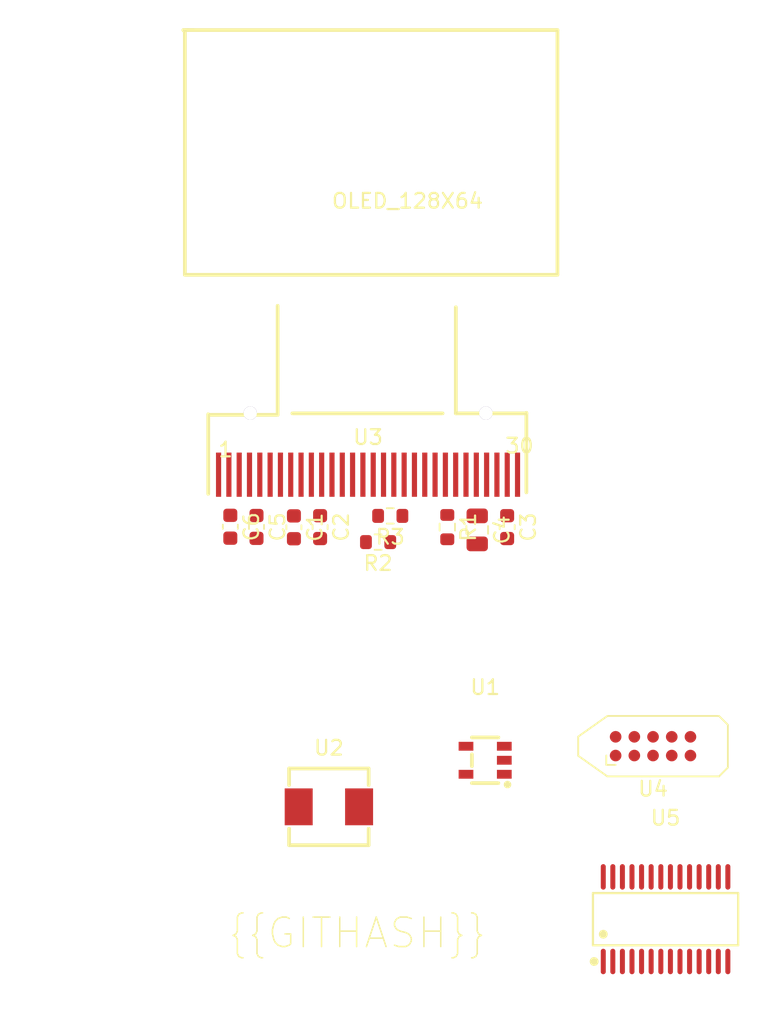
<source format=kicad_pcb>
(kicad_pcb (version 20221018) (generator pcbnew)
  (layers (0 "F.Cu" signal) (31 "B.Cu" signal) (34 "B.Paste" user) (35 "F.Paste" user) (36 "B.SilkS" user "B.Silkscreen") (37 "F.SilkS" user "F.Silkscreen") (38 "B.Mask" user) (39 "F.Mask" user) (44 "Edge.Cuts" user))
  (net 0 "")
  (net 1 "iref")
  (net 2 "gnd")
  (net 3 "scl")
  (net 4 "vcc")
  (net 5 "sda")
  (net 6 "n_c__gnd_")
  (net 7 "c2p")
  (net 8 "c2n")
  (net 9 "c1p")
  (net 10 "c1n")
  (net 11 "n_c_")
  (net 12 "res_n")
  (net 13 "d3")
  (net 14 "d4")
  (net 15 "d5")
  (net 16 "d6")
  (net 17 "d7")
  (net 18 "vcomh")
  (net 19 "vcc-1")
  (net 20 "p1_0_ta0clk_aclk_a0_ca0")
  (net 21 "p1_1_ta0_0_uca0rxd_uca0somi_a1_ca1")
  (net 22 "p1_2_ta0_1_uca0txd_uca0simo_a2_ca2")
  (net 23 "p1_3_adc10clk_caout_vref__veref__a3_ca3")
  (net 24 "tck")
  (net 25 "tms")
  (net 26 "p3_1_ta1_0")
  (net 27 "p3_0_ta0_2")
  (net 28 "p2_0_ta1_0")
  (net 29 "p2_1_ta1_1")
  (net 30 "p2_2_ta1_1")
  (net 31 "p3_2_ta1_1")
  (net 32 "p3_3_ta1_2")
  (net 33 "xin_p2_6_ta0_1")
  (net 34 "xout_p2_7")
  (net 35 "test")
  (net 36 "reset")
  (net 37 "tdi")
  (net 38 "p1_6_ta0_1_ucb0somi_ucb0scl_a6_ca6_tdi_tclk")
  (net 39 "p3_7_ta1clk_caout")
  (net 40 "p3_6_ta0_2")
  (net 41 "p3_5_ta0_1")
  (net 42 "p2_5_ta1_2")
  (net 43 "p2_4_ta1_2")
  (net 44 "p2_3_ta1_0")
  (net 45 "p3_4_ta0_0")
  (net 46 "sw")
  (net 47 "vcc-2")
  (footprint "lib:R0603" (layer "F.Cu") (at 125.73 84.836 -90)
    (fp_text reference "R1" (at 0 -1.43 -90) (layer "F.SilkS"))
    (fp_text value "Chip Resistor - Surface Mount 560KOhms ±5% 1/10W 0603 RoHS")
    (fp_line (start -0.237258 -0.5225) (end 0.237258 -0.5225) (stroke (width 0.12)) (layer "F.SilkS"))
    (fp_line (start -0.237258 0.5225) (end 0.237258 0.5225) (stroke (width 0.12)) (layer "F.SilkS"))
    (pad "1" smd roundrect (at -0.825 0 270) (size 0.8 0.95) (layers "F.Cu" "F.Paste" "F.Mask") (net 1 "iref"))
    (pad "2" smd roundrect (at 0.825 0 270) (size 0.8 0.95) (layers "F.Cu" "F.Paste" "F.Mask") (net 2 "gnd"))
  )
  (footprint "lib:C0603" (layer "F.Cu") (at 115.316 84.849 -90)
    (fp_text reference "C1" (at 0 -1.43 -90) (layer "F.SilkS"))
    (fp_text value "Multilayer Ceramic Capacitors MLCC - SMD/SMT 1uF 50V 0603 RoHS")
    (fp_line (start -0.14058 -0.51) (end 0.14058 -0.51) (stroke (width 0.12)) (layer "F.SilkS"))
    (fp_line (start -0.14058 0.51) (end 0.14058 0.51) (stroke (width 0.12)) (layer "F.SilkS"))
    (pad "1" smd roundrect (at -0.775 0 270) (size 0.9 0.95) (layers "F.Cu" "F.Paste" "F.Mask") (net 4 "vcc"))
    (pad "2" smd roundrect (at 0.775 0 270) (size 0.9 0.95) (layers "F.Cu" "F.Paste" "F.Mask") (net 2 "gnd"))
  )
  (footprint "lib:TSSOP-28_L9.7-W4.4-P0.65-LS6.4-BL" (layer "F.Cu") (at 140.55 111.43)
    (fp_text reference "U5" (at 0 -6.87) (layer "F.SilkS"))
    (fp_text value "")
    (fp_line (start -4.93 -1.77) (end 4.93 -1.77) (stroke (width 0.15)) (layer "F.SilkS"))
    (fp_line (start -4.93 1.77) (end -4.93 -1.77) (stroke (width 0.15)) (layer "F.SilkS"))
    (fp_line (start 4.93 -1.77) (end 4.93 1.77) (stroke (width 0.15)) (layer "F.SilkS"))
    (fp_line (start 4.93 1.77) (end -4.93 1.77) (stroke (width 0.15)) (layer "F.SilkS"))
    (fp_circle (center -4.85 2.87) (end -4.7 2.87) (stroke (width 0.3)) (fill none) (layer "F.SilkS"))
    (fp_circle (center -4.23 1.02) (end -4.08 1.02) (stroke (width 0.3)) (fill none) (layer "F.SilkS"))
    (pad "1" smd oval (at -4.23 2.87) (size 0.34 1.73) (layers "F.Cu" "F.Paste" "F.Mask") (net 4 "vcc"))
    (pad "2" smd oval (at -3.58 2.87) (size 0.34 1.73) (layers "F.Cu" "F.Paste" "F.Mask") (net 20 "p1_0_ta0clk_aclk_a0_ca0"))
    (pad "3" smd oval (at -2.93 2.87) (size 0.34 1.73) (layers "F.Cu" "F.Paste" "F.Mask") (net 21 "p1_1_ta0_0_uca0rxd_uca0somi_a1_ca1"))
    (pad "4" smd oval (at -2.28 2.87) (size 0.34 1.73) (layers "F.Cu" "F.Paste" "F.Mask") (net 22 "p1_2_ta0_1_uca0txd_uca0simo_a2_ca2"))
    (pad "5" smd oval (at -1.63 2.87) (size 0.34 1.73) (layers "F.Cu" "F.Paste" "F.Mask") (net 23 "p1_3_adc10clk_caout_vref__veref__a3_ca3"))
    (pad "6" smd oval (at -0.98 2.87) (size 0.34 1.73) (layers "F.Cu" "F.Paste" "F.Mask") (net 24 "tck"))
    (pad "7" smd oval (at -0.32 2.87) (size 0.34 1.73) (layers "F.Cu" "F.Paste" "F.Mask") (net 25 "tms"))
    (pad "8" smd oval (at 0.33 2.87) (size 0.34 1.73) (layers "F.Cu" "F.Paste" "F.Mask") (net 26 "p3_1_ta1_0"))
    (pad "9" smd oval (at 0.98 2.87) (size 0.34 1.73) (layers "F.Cu" "F.Paste" "F.Mask") (net 27 "p3_0_ta0_2"))
    (pad "10" smd oval (at 1.63 2.87) (size 0.34 1.73) (layers "F.Cu" "F.Paste" "F.Mask") (net 28 "p2_0_ta1_0"))
    (pad "11" smd oval (at 2.28 2.87) (size 0.34 1.73) (layers "F.Cu" "F.Paste" "F.Mask") (net 29 "p2_1_ta1_1"))
    (pad "12" smd oval (at 2.93 2.87) (size 0.34 1.73) (layers "F.Cu" "F.Paste" "F.Mask") (net 30 "p2_2_ta1_1"))
    (pad "13" smd oval (at 3.58 2.87) (size 0.34 1.73) (layers "F.Cu" "F.Paste" "F.Mask") (net 31 "p3_2_ta1_1"))
    (pad "14" smd oval (at 4.23 2.87) (size 0.34 1.73) (layers "F.Cu" "F.Paste" "F.Mask") (net 32 "p3_3_ta1_2"))
    (pad "15" smd oval (at 4.23 -2.87) (size 0.34 1.73) (layers "F.Cu" "F.Paste" "F.Mask") (net 45 "p3_4_ta0_0"))
    (pad "16" smd oval (at 3.58 -2.87) (size 0.34 1.73) (layers "F.Cu" "F.Paste" "F.Mask") (net 44 "p2_3_ta1_0"))
    (pad "17" smd oval (at 2.93 -2.87) (size 0.34 1.73) (layers "F.Cu" "F.Paste" "F.Mask") (net 43 "p2_4_ta1_2"))
    (pad "18" smd oval (at 2.28 -2.87) (size 0.34 1.73) (layers "F.Cu" "F.Paste" "F.Mask") (net 42 "p2_5_ta1_2"))
    (pad "19" smd oval (at 1.63 -2.87) (size 0.34 1.73) (layers "F.Cu" "F.Paste" "F.Mask") (net 41 "p3_5_ta0_1"))
    (pad "20" smd oval (at 0.98 -2.87) (size 0.34 1.73) (layers "F.Cu" "F.Paste" "F.Mask") (net 40 "p3_6_ta0_2"))
    (pad "21" smd oval (at 0.33 -2.87) (size 0.34 1.73) (layers "F.Cu" "F.Paste" "F.Mask") (net 39 "p3_7_ta1clk_caout"))
    (pad "22" smd oval (at -0.32 -2.87) (size 0.34 1.73) (layers "F.Cu" "F.Paste" "F.Mask") (net 38 "p1_6_ta0_1_ucb0somi_ucb0scl_a6_ca6_tdi_tclk"))
    (pad "23" smd oval (at -0.98 -2.87) (size 0.34 1.73) (layers "F.Cu" "F.Paste" "F.Mask") (net 37 "tdi"))
    (pad "24" smd oval (at -1.63 -2.87) (size 0.34 1.73) (layers "F.Cu" "F.Paste" "F.Mask") (net 36 "reset"))
    (pad "25" smd oval (at -2.28 -2.87) (size 0.34 1.73) (layers "F.Cu" "F.Paste" "F.Mask") (net 35 "test"))
    (pad "26" smd oval (at -2.93 -2.87) (size 0.34 1.73) (layers "F.Cu" "F.Paste" "F.Mask") (net 34 "xout_p2_7"))
    (pad "27" smd oval (at -3.58 -2.87) (size 0.34 1.73) (layers "F.Cu" "F.Paste" "F.Mask") (net 33 "xin_p2_6_ta0_1"))
    (pad "28" smd oval (at -4.23 -2.87) (size 0.34 1.73) (layers "F.Cu" "F.Paste" "F.Mask") (net 2 "gnd"))
  )
  (footprint "lib:OLED_0.96-30P-P0.70-12864" (layer "F.Cu") (at 120.35 81.28)
    (fp_text reference "U3" (at 0 -2.54) (layer "F.SilkS"))
    (fp_text value "")
    (fp_text user "30" (at 9.23 -1.96) (layer "F.SilkS") (effects (justify left)))
    (fp_text user "OLED_128X64" (at -2.54 -18.57) (layer "F.SilkS") (effects (justify left)))
    (fp_text user "1" (at -10.25 -1.7) (layer "F.SilkS") (effects (justify left)))
    (fp_line (start -12.54 -30.16) (end -12.24 -30.16) (stroke (width 0.25)) (layer "F.SilkS"))
    (fp_line (start -12.44 -30.16) (end 12.86 -30.16) (stroke (width 0.25)) (layer "F.SilkS"))
    (fp_line (start -12.44 -30.06) (end -12.54 -30.16) (stroke (width 0.25)) (layer "F.SilkS"))
    (fp_line (start -12.44 -13.56) (end -12.44 -30.06) (stroke (width 0.25)) (layer "F.SilkS"))
    (fp_line (start -12.24 -30.16) (end -11.84 -30.16) (stroke (width 0.25)) (layer "F.SilkS"))
    (fp_line (start -10.85 1.3) (end -10.85 -4.1) (stroke (width 0.25)) (layer "F.SilkS"))
    (fp_line (start -10.84 -4.06) (end -6.14 -4.06) (stroke (width 0.25)) (layer "F.SilkS"))
    (fp_line (start -6.14 -4.06) (end -6.14 -11.46) (stroke (width 0.25)) (layer "F.SilkS"))
    (fp_line (start -5.14 -4.16) (end 5.06 -4.16) (stroke (width 0.25)) (layer "F.SilkS"))
    (fp_line (start 5.96 -4.16) (end 5.96 -11.36) (stroke (width 0.25)) (layer "F.SilkS"))
    (fp_line (start 10.75 1.2) (end 10.75 -4.2) (stroke (width 0.25)) (layer "F.SilkS"))
    (fp_line (start 10.76 -4.16) (end 5.96 -4.16) (stroke (width 0.25)) (layer "F.SilkS"))
    (fp_line (start 12.86 -30.16) (end 12.86 -13.56) (stroke (width 0.25)) (layer "F.SilkS"))
    (fp_line (start 12.86 -13.56) (end -12.44 -13.56) (stroke (width 0.25)) (layer "F.SilkS"))
    (pad "" thru_hole circle (at -8 -4.18) (size 0.9 0.9) (drill 0.9) (layers "*.Cu" "*.Mask"))
    (pad "" thru_hole circle (at 8 -4.18) (size 0.9 0.9) (drill 0.9) (layers "*.Cu" "*.Mask"))
    (pad "1" smd rect (at -10.15 0 270) (size 3 0.35) (layers "F.Cu" "F.Paste" "F.Mask") (net 6 "n_c__gnd_"))
    (pad "2" smd rect (at -9.45 0 270) (size 3 0.35) (layers "F.Cu" "F.Paste" "F.Mask") (net 7 "c2p"))
    (pad "3" smd rect (at -8.75 0 270) (size 3 0.35) (layers "F.Cu" "F.Paste" "F.Mask") (net 8 "c2n"))
    (pad "4" smd rect (at -8.05 0 270) (size 3 0.35) (layers "F.Cu" "F.Paste" "F.Mask") (net 9 "c1p"))
    (pad "5" smd rect (at -7.35 0 270) (size 3 0.35) (layers "F.Cu" "F.Paste" "F.Mask") (net 10 "c1n"))
    (pad "6" smd rect (at -6.65 0 270) (size 3 0.35) (layers "F.Cu" "F.Paste" "F.Mask") (net 4 "vcc"))
    (pad "7" smd rect (at -5.95 0 270) (size 3 0.35) (layers "F.Cu" "F.Paste" "F.Mask") (net 11 "n_c_"))
    (pad "8" smd rect (at -5.25 0 270) (size 3 0.35) (layers "F.Cu" "F.Paste" "F.Mask") (net 2 "gnd"))
    (pad "9" smd rect (at -4.55 0 270) (size 3 0.35) (layers "F.Cu" "F.Paste" "F.Mask") (net 4 "vcc"))
    (pad "10" smd rect (at -3.85 0 270) (size 3 0.35) (layers "F.Cu" "F.Paste" "F.Mask") (net 2 "gnd"))
    (pad "11" smd rect (at -3.15 0 270) (size 3 0.35) (layers "F.Cu" "F.Paste" "F.Mask") (net 4 "vcc"))
    (pad "12" smd rect (at -2.45 0 270) (size 3 0.35) (layers "F.Cu" "F.Paste" "F.Mask") (net 2 "gnd"))
    (pad "13" smd rect (at -1.75 0 270) (size 3 0.35) (layers "F.Cu" "F.Paste" "F.Mask") (net 2 "gnd"))
    (pad "14" smd rect (at -1.05 0 270) (size 3 0.35) (layers "F.Cu" "F.Paste" "F.Mask") (net 12 "res_n"))
    (pad "15" smd rect (at -0.35 0 270) (size 3 0.35) (layers "F.Cu" "F.Paste" "F.Mask") (net 2 "gnd"))
    (pad "16" smd rect (at 0.35 0 270) (size 3 0.35) (layers "F.Cu" "F.Paste" "F.Mask") (net 2 "gnd"))
    (pad "17" smd rect (at 1.05 0 270) (size 3 0.35) (layers "F.Cu" "F.Paste" "F.Mask") (net 2 "gnd"))
    (pad "18" smd rect (at 1.75 0 270) (size 3 0.35) (layers "F.Cu" "F.Paste" "F.Mask") (net 3 "scl"))
    (pad "19" smd rect (at 2.45 0 270) (size 3 0.35) (layers "F.Cu" "F.Paste" "F.Mask") (net 5 "sda"))
    (pad "20" smd rect (at 3.15 0 270) (size 3 0.35) (layers "F.Cu" "F.Paste" "F.Mask") (net 5 "sda"))
    (pad "21" smd rect (at 3.85 0 270) (size 3 0.35) (layers "F.Cu" "F.Paste" "F.Mask") (net 13 "d3"))
    (pad "22" smd rect (at 4.55 0 270) (size 3 0.35) (layers "F.Cu" "F.Paste" "F.Mask") (net 14 "d4"))
    (pad "23" smd rect (at 5.25 0 270) (size 3 0.35) (layers "F.Cu" "F.Paste" "F.Mask") (net 15 "d5"))
    (pad "24" smd rect (at 5.95 0 270) (size 3 0.35) (layers "F.Cu" "F.Paste" "F.Mask") (net 16 "d6"))
    (pad "25" smd rect (at 6.65 0 270) (size 3 0.35) (layers "F.Cu" "F.Paste" "F.Mask") (net 17 "d7"))
    (pad "26" smd rect (at 7.35 0 270) (size 3 0.35) (layers "F.Cu" "F.Paste" "F.Mask") (net 1 "iref"))
    (pad "27" smd rect (at 8.05 0 270) (size 3 0.35) (layers "F.Cu" "F.Paste" "F.Mask") (net 18 "vcomh"))
    (pad "28" smd rect (at 8.75 0 270) (size 3 0.35) (layers "F.Cu" "F.Paste" "F.Mask") (net 47 "vcc-2"))
    (pad "29" smd rect (at 9.45 0 270) (size 3 0.35) (layers "F.Cu" "F.Paste" "F.Mask") (net 2 "gnd"))
    (pad "30" smd rect (at 10.15 0 270) (size 3 0.35) (layers "F.Cu" "F.Paste" "F.Mask") (net 6 "n_c__gnd_"))
  )
  (footprint "lib:IND-SMD_L5.4-W5.2_FXL0530" (layer "F.Cu") (at 117.69 103.81)
    (fp_text reference "U2" (at 0 -4) (layer "F.SilkS"))
    (fp_text value "")
    (fp_line (start -2.7 -2.6) (end -2.7 -1.48) (stroke (width 0.25)) (layer "F.SilkS"))
    (fp_line (start -2.7 -2.6) (end 2.7 -2.6) (stroke (width 0.25)) (layer "F.SilkS"))
    (fp_line (start -2.7 1.48) (end -2.7 2.6) (stroke (width 0.25)) (layer "F.SilkS"))
    (fp_line (start 2.7 -1.48) (end 2.7 -2.6) (stroke (width 0.25)) (layer "F.SilkS"))
    (fp_line (start 2.7 2.6) (end -2.7 2.6) (stroke (width 0.25)) (layer "F.SilkS"))
    (fp_line (start 2.7 2.6) (end 2.7 1.48) (stroke (width 0.25)) (layer "F.SilkS"))
    (pad "1" smd rect (at -2.05 0) (size 1.9 2.5) (layers "F.Cu" "F.Paste" "F.Mask") (net 46 "sw"))
    (pad "2" smd rect (at 2.05 0) (size 1.9 2.5) (layers "F.Cu" "F.Paste" "F.Mask") (net 4 "vcc"))
  )
  (footprint "lib:C0603" (layer "F.Cu") (at 110.998 84.81 -90)
    (fp_text reference "C6" (at 0 -1.43 -90) (layer "F.SilkS"))
    (fp_text value "Multilayer Ceramic Capacitors MLCC - SMD/SMT 1uF 50V 0603 RoHS")
    (fp_line (start -0.14058 -0.51) (end 0.14058 -0.51) (stroke (width 0.12)) (layer "F.SilkS"))
    (fp_line (start -0.14058 0.51) (end 0.14058 0.51) (stroke (width 0.12)) (layer "F.SilkS"))
    (pad "1" smd roundrect (at -0.775 0 270) (size 0.9 0.95) (layers "F.Cu" "F.Paste" "F.Mask") (net 7 "c2p"))
    (pad "2" smd roundrect (at 0.775 0 270) (size 0.9 0.95) (layers "F.Cu" "F.Paste" "F.Mask") (net 8 "c2n"))
  )
  (footprint "Connector:Tag-Connect_TC2050-IDC-NL_2x05_P1.27mm_Vertical" (layer "F.Cu") (at 139.7 99.695)
    (fp_text reference "U4" (at 0 2.9) (layer "F.SilkS"))
    (fp_text value "")
    (fp_line (start -5.08 -0.65) (end -3.1 -2.05) (stroke (width 0.12)) (layer "F.SilkS"))
    (fp_line (start -5.08 0.65) (end -5.08 -0.65) (stroke (width 0.12)) (layer "F.SilkS"))
    (fp_line (start -3.175 1.27) (end -3.175 0.635) (stroke (width 0.12)) (layer "F.SilkS"))
    (fp_line (start -3.1 -2.05) (end 4.48 -2.05) (stroke (width 0.12)) (layer "F.SilkS"))
    (fp_line (start -3.1 2.05) (end -5.08 0.65) (stroke (width 0.12)) (layer "F.SilkS"))
    (fp_line (start -2.54 1.27) (end -3.175 1.27) (stroke (width 0.12)) (layer "F.SilkS"))
    (fp_line (start 4.48 -2.05) (end 5.08 -1.45) (stroke (width 0.12)) (layer "F.SilkS"))
    (fp_line (start 4.48 2.05) (end -3.1 2.05) (stroke (width 0.12)) (layer "F.SilkS"))
    (fp_line (start 4.48 2.05) (end 5.08 1.45) (stroke (width 0.12)) (layer "F.SilkS"))
    (fp_line (start 5.08 -1.45) (end 5.08 1.45) (stroke (width 0.12)) (layer "F.SilkS"))
    (pad "" np_thru_hole circle (at -3.81 0) (size 0.9906 0.9906) (drill 0.9906) (layers "*.Cu" "*.Mask"))
    (pad "" np_thru_hole circle (at 3.81 -1.016) (size 0.9906 0.9906) (drill 0.9906) (layers "*.Cu" "*.Mask"))
    (pad "" np_thru_hole circle (at 3.81 1.016) (size 0.9906 0.9906) (drill 0.9906) (layers "*.Cu" "*.Mask"))
    (pad "1" connect circle (at -2.54 0.635) (size 0.7874 0.7874) (layers "F.Cu" "F.Mask") (net 37 "tdi"))
    (pad "2" connect circle (at -1.27 0.635) (size 0.7874 0.7874) (layers "F.Cu" "F.Mask") (net 4 "vcc"))
    (pad "3" connect circle (at 0 0.635) (size 0.7874 0.7874) (layers "F.Cu" "F.Mask") (net 37 "tdi"))
    (pad "4" connect circle (at 1.27 0.635) (size 0.7874 0.7874) (layers "F.Cu" "F.Mask") (net 4 "vcc"))
    (pad "5" connect circle (at 2.54 0.635) (size 0.7874 0.7874) (layers "F.Cu" "F.Mask") (net 25 "tms"))
    (pad "6" connect circle (at 2.54 -0.635) (size 0.7874 0.7874) (layers "F.Cu" "F.Mask"))
    (pad "7" connect circle (at 1.27 -0.635) (size 0.7874 0.7874) (layers "F.Cu" "F.Mask") (net 24 "tck"))
    (pad "8" connect circle (at 0 -0.635) (size 0.7874 0.7874) (layers "F.Cu" "F.Mask") (net 35 "test"))
    (pad "9" connect circle (at -1.27 -0.635) (size 0.7874 0.7874) (layers "F.Cu" "F.Mask") (net 2 "gnd"))
    (pad "10" connect circle (at -2.54 -0.635) (size 0.7874 0.7874) (layers "F.Cu" "F.Mask") (net 36 "reset"))
  )
  (footprint "lib:C0603" (layer "F.Cu") (at 129.794 84.836 -90)
    (fp_text reference "C3" (at 0 -1.43 -90) (layer "F.SilkS"))
    (fp_text value "Multilayer Ceramic Capacitors MLCC - SMD/SMT 2.2uF 10V 0603 RoHS")
    (fp_line (start -0.14058 -0.51) (end 0.14058 -0.51) (stroke (width 0.12)) (layer "F.SilkS"))
    (fp_line (start -0.14058 0.51) (end 0.14058 0.51) (stroke (width 0.12)) (layer "F.SilkS"))
    (pad "1" smd roundrect (at -0.775 0 270) (size 0.9 0.95) (layers "F.Cu" "F.Paste" "F.Mask") (net 47 "vcc-2"))
    (pad "2" smd roundrect (at 0.775 0 270) (size 0.9 0.95) (layers "F.Cu" "F.Paste" "F.Mask") (net 2 "gnd"))
  )
  (footprint "lib:C0805" (layer "F.Cu") (at 127.762 85.024 -90)
    (fp_text reference "C4" (at 0 -1.68 -90) (layer "F.SilkS"))
    (fp_text value "")
    (fp_line (start -0.261252 -0.735) (end 0.261252 -0.735) (stroke (width 0.12)) (layer "F.SilkS"))
    (fp_line (start -0.261252 0.735) (end 0.261252 0.735) (stroke (width 0.12)) (layer "F.SilkS"))
    (pad "1" smd roundrect (at -0.95 0 270) (size 1 1.45) (layers "F.Cu" "F.Paste" "F.Mask") (net 18 "vcomh"))
    (pad "2" smd roundrect (at 0.95 0 270) (size 1 1.45) (layers "F.Cu" "F.Paste" "F.Mask") (net 2 "gnd"))
  )
  (footprint "lib:R0603" (layer "F.Cu") (at 121.032 85.852 180)
    (fp_text reference "R2" (at 0 -1.43 180) (layer "F.SilkS"))
    (fp_text value "Chip Resistor - Surface Mount 4.7KOhms ±5% 1/10W 0603 RoHS")
    (fp_line (start -0.237258 -0.5225) (end 0.237258 -0.5225) (stroke (width 0.12)) (layer "F.SilkS"))
    (fp_line (start -0.237258 0.5225) (end 0.237258 0.5225) (stroke (width 0.12)) (layer "F.SilkS"))
    (pad "1" smd roundrect (at -0.825 0 180) (size 0.8 0.95) (layers "F.Cu" "F.Paste" "F.Mask") (net 3 "scl"))
    (pad "2" smd roundrect (at 0.825 0 180) (size 0.8 0.95) (layers "F.Cu" "F.Paste" "F.Mask") (net 4 "vcc"))
  )
  (footprint "lib:SOT-23-5_L3.0-W1.7-P0.95-LS2.8-BR" (layer "F.Cu") (at 128.3 100.65)
    (fp_text reference "U1" (at 0 -4.95) (layer "F.SilkS"))
    (fp_text value "")
    (fp_line (start -0.9 -1.55) (end 0.9 -1.55) (stroke (width 0.25)) (layer "F.SilkS"))
    (fp_line (start -0.9 0.4) (end -0.9 -0.4) (stroke (width 0.25)) (layer "F.SilkS"))
    (fp_line (start -0.9 1.55) (end 0.9 1.55) (stroke (width 0.25)) (layer "F.SilkS"))
    (fp_circle (center 1.52 1.65) (end 1.65 1.65) (stroke (width 0.25)) (fill none) (layer "F.SilkS"))
    (pad "1" smd rect (at 1.3 0.95) (size 1 0.6) (layers "F.Cu" "F.Paste" "F.Mask") (net 19 "vcc-1"))
    (pad "2" smd rect (at 1.3 0) (size 1 0.6) (layers "F.Cu" "F.Paste" "F.Mask") (net 2 "gnd"))
    (pad "3" smd rect (at 1.3 -0.95) (size 1 0.6) (layers "F.Cu" "F.Paste" "F.Mask") (net 19 "vcc-1"))
    (pad "4" smd rect (at -1.3 -0.95) (size 1 0.6) (layers "F.Cu" "F.Paste" "F.Mask") (net 4 "vcc"))
    (pad "5" smd rect (at -1.3 0.95) (size 1 0.6) (layers "F.Cu" "F.Paste" "F.Mask") (net 46 "sw"))
  )
  (footprint "lib:C0603" (layer "F.Cu") (at 112.776 84.823 -90)
    (fp_text reference "C5" (at 0 -1.43 -90) (layer "F.SilkS"))
    (fp_text value "Multilayer Ceramic Capacitors MLCC - SMD/SMT 1uF 50V 0603 RoHS")
    (fp_line (start -0.14058 -0.51) (end 0.14058 -0.51) (stroke (width 0.12)) (layer "F.SilkS"))
    (fp_line (start -0.14058 0.51) (end 0.14058 0.51) (stroke (width 0.12)) (layer "F.SilkS"))
    (pad "1" smd roundrect (at -0.775 0 270) (size 0.9 0.95) (layers "F.Cu" "F.Paste" "F.Mask") (net 9 "c1p"))
    (pad "2" smd roundrect (at 0.775 0 270) (size 0.9 0.95) (layers "F.Cu" "F.Paste" "F.Mask") (net 10 "c1n"))
  )
  (footprint "lib:R0603" (layer "F.Cu") (at 121.857 84.074 180)
    (fp_text reference "R3" (at 0 -1.43 180) (layer "F.SilkS"))
    (fp_text value "Chip Resistor - Surface Mount 4.7KOhms ±5% 1/10W 0603 RoHS")
    (fp_line (start -0.237258 -0.5225) (end 0.237258 -0.5225) (stroke (width 0.12)) (layer "F.SilkS"))
    (fp_line (start -0.237258 0.5225) (end 0.237258 0.5225) (stroke (width 0.12)) (layer "F.SilkS"))
    (pad "1" smd roundrect (at -0.825 0 180) (size 0.8 0.95) (layers "F.Cu" "F.Paste" "F.Mask") (net 5 "sda"))
    (pad "2" smd roundrect (at 0.825 0 180) (size 0.8 0.95) (layers "F.Cu" "F.Paste" "F.Mask") (net 4 "vcc"))
  )
  (footprint "lib:C0603" (layer "F.Cu") (at 117.094 84.836 -90)
    (fp_text reference "C2" (at 0 -1.43 -90) (layer "F.SilkS"))
    (fp_text value "Multilayer Ceramic Capacitors MLCC - SMD/SMT 1uF 50V 0603 RoHS")
    (fp_line (start -0.14058 -0.51) (end 0.14058 -0.51) (stroke (width 0.12)) (layer "F.SilkS"))
    (fp_line (start -0.14058 0.51) (end 0.14058 0.51) (stroke (width 0.12)) (layer "F.SilkS"))
    (pad "1" smd roundrect (at -0.775 0 270) (size 0.9 0.95) (layers "F.Cu" "F.Paste" "F.Mask") (net 4 "vcc"))
    (pad "2" smd roundrect (at 0.775 0 270) (size 0.9 0.95) (layers "F.Cu" "F.Paste" "F.Mask") (net 2 "gnd"))
  )
  (gr_text "{{GITHASH}}" (at 110.744 113.538) (layer "F.SilkS") (effects (font (size 2 2) (thickness 0.1)) (justify left bottom)))
)
</source>
